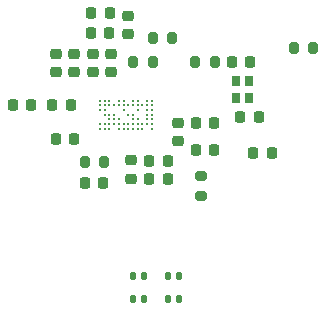
<source format=gbr>
%TF.GenerationSoftware,KiCad,Pcbnew,8.0.6-8.0.6-0~ubuntu20.04.1*%
%TF.CreationDate,2024-11-02T23:17:13+01:00*%
%TF.ProjectId,CYW43439,43595734-3334-4333-992e-6b696361645f,rev?*%
%TF.SameCoordinates,Original*%
%TF.FileFunction,Paste,Top*%
%TF.FilePolarity,Positive*%
%FSLAX46Y46*%
G04 Gerber Fmt 4.6, Leading zero omitted, Abs format (unit mm)*
G04 Created by KiCad (PCBNEW 8.0.6-8.0.6-0~ubuntu20.04.1) date 2024-11-02 23:17:13*
%MOMM*%
%LPD*%
G01*
G04 APERTURE LIST*
G04 Aperture macros list*
%AMRoundRect*
0 Rectangle with rounded corners*
0 $1 Rounding radius*
0 $2 $3 $4 $5 $6 $7 $8 $9 X,Y pos of 4 corners*
0 Add a 4 corners polygon primitive as box body*
4,1,4,$2,$3,$4,$5,$6,$7,$8,$9,$2,$3,0*
0 Add four circle primitives for the rounded corners*
1,1,$1+$1,$2,$3*
1,1,$1+$1,$4,$5*
1,1,$1+$1,$6,$7*
1,1,$1+$1,$8,$9*
0 Add four rect primitives between the rounded corners*
20,1,$1+$1,$2,$3,$4,$5,0*
20,1,$1+$1,$4,$5,$6,$7,0*
20,1,$1+$1,$6,$7,$8,$9,0*
20,1,$1+$1,$8,$9,$2,$3,0*%
G04 Aperture macros list end*
%ADD10R,0.800000X0.900000*%
%ADD11RoundRect,0.225000X0.250000X-0.225000X0.250000X0.225000X-0.250000X0.225000X-0.250000X-0.225000X0*%
%ADD12RoundRect,0.225000X-0.225000X-0.250000X0.225000X-0.250000X0.225000X0.250000X-0.225000X0.250000X0*%
%ADD13RoundRect,0.140000X0.140000X0.170000X-0.140000X0.170000X-0.140000X-0.170000X0.140000X-0.170000X0*%
%ADD14RoundRect,0.218750X0.256250X-0.218750X0.256250X0.218750X-0.256250X0.218750X-0.256250X-0.218750X0*%
%ADD15RoundRect,0.218750X-0.218750X-0.256250X0.218750X-0.256250X0.218750X0.256250X-0.218750X0.256250X0*%
%ADD16RoundRect,0.200000X-0.200000X-0.275000X0.200000X-0.275000X0.200000X0.275000X-0.200000X0.275000X0*%
%ADD17RoundRect,0.225000X0.225000X0.250000X-0.225000X0.250000X-0.225000X-0.250000X0.225000X-0.250000X0*%
%ADD18RoundRect,0.218750X-0.256250X0.218750X-0.256250X-0.218750X0.256250X-0.218750X0.256250X0.218750X0*%
%ADD19RoundRect,0.200000X-0.275000X0.200000X-0.275000X-0.200000X0.275000X-0.200000X0.275000X0.200000X0*%
%ADD20C,0.250000*%
G04 APERTURE END LIST*
D10*
%TO.C,Y1*%
X147150000Y-93475000D03*
X147150000Y-94875000D03*
X148250000Y-94875000D03*
X148250000Y-93475000D03*
%TD*%
D11*
%TO.C,C13*%
X134975000Y-92700000D03*
X134975000Y-91150000D03*
%TD*%
D12*
%TO.C,C3*%
X139775000Y-100200000D03*
X141325000Y-100200000D03*
%TD*%
D13*
%TO.C,C20*%
X139330000Y-109925000D03*
X138370000Y-109925000D03*
%TD*%
D14*
%TO.C,FB1*%
X142200000Y-98562500D03*
X142200000Y-96987500D03*
%TD*%
D11*
%TO.C,C6*%
X133425000Y-92700000D03*
X133425000Y-91150000D03*
%TD*%
D15*
%TO.C,FB2*%
X148562500Y-99525000D03*
X150137500Y-99525000D03*
%TD*%
D16*
%TO.C,R6*%
X152000000Y-90675000D03*
X153650000Y-90675000D03*
%TD*%
D17*
%TO.C,C16*%
X129800000Y-95500000D03*
X128250000Y-95500000D03*
%TD*%
D12*
%TO.C,C4*%
X139775000Y-101750000D03*
X141325000Y-101750000D03*
%TD*%
D11*
%TO.C,C14*%
X136525000Y-92700000D03*
X136525000Y-91150000D03*
%TD*%
D12*
%TO.C,C2*%
X147500000Y-96525000D03*
X149050000Y-96525000D03*
%TD*%
D18*
%TO.C,L1*%
X138200000Y-100150000D03*
X138200000Y-101725000D03*
%TD*%
D17*
%TO.C,C10*%
X135900000Y-102075000D03*
X134350000Y-102075000D03*
%TD*%
D12*
%TO.C,C11*%
X143750000Y-97025000D03*
X145300000Y-97025000D03*
%TD*%
D19*
%TO.C,R2*%
X144125000Y-101500000D03*
X144125000Y-103150000D03*
%TD*%
D11*
%TO.C,C15*%
X131875000Y-92700000D03*
X131875000Y-91150000D03*
%TD*%
D17*
%TO.C,C12*%
X133400000Y-98375000D03*
X131850000Y-98375000D03*
%TD*%
D15*
%TO.C,L2*%
X131562500Y-95500000D03*
X133137500Y-95500000D03*
%TD*%
D17*
%TO.C,C9*%
X136400000Y-89425000D03*
X134850000Y-89425000D03*
%TD*%
D13*
%TO.C,C17*%
X142330000Y-111900000D03*
X141370000Y-111900000D03*
%TD*%
D12*
%TO.C,C7*%
X143750000Y-99325000D03*
X145300000Y-99325000D03*
%TD*%
D16*
%TO.C,R3*%
X138425000Y-91875000D03*
X140075000Y-91875000D03*
%TD*%
D20*
%TO.C,U1*%
X135600000Y-97500000D03*
X135600000Y-97100000D03*
X135600000Y-95900000D03*
X135600000Y-95500000D03*
X135600000Y-95100000D03*
X136000000Y-97500000D03*
X136000000Y-97100000D03*
X136000000Y-96300000D03*
X136000000Y-95900000D03*
X136000000Y-95500000D03*
X136000000Y-95100000D03*
X136400000Y-97500000D03*
X136400000Y-97100000D03*
X136400000Y-96700000D03*
X136400000Y-96300000D03*
X136400000Y-95500000D03*
X136400000Y-95100000D03*
X136800000Y-97100000D03*
X136800000Y-96700000D03*
X136800000Y-96300000D03*
X136800000Y-95500000D03*
X137200000Y-97500000D03*
X137200000Y-97100000D03*
X137200000Y-96700000D03*
X137200000Y-95500000D03*
X137200000Y-95100000D03*
X137600000Y-97500000D03*
X137600000Y-97100000D03*
X137600000Y-95900000D03*
X137600000Y-95500000D03*
X137600000Y-95100000D03*
X138000000Y-97500000D03*
X138000000Y-97100000D03*
X138000000Y-96300000D03*
X138000000Y-95500000D03*
X138400000Y-97500000D03*
X138400000Y-97100000D03*
X138400000Y-96700000D03*
X138400000Y-96300000D03*
X138400000Y-95500000D03*
X138400000Y-95100000D03*
X138800000Y-97500000D03*
X138800000Y-97100000D03*
X138800000Y-96700000D03*
X138800000Y-95900000D03*
X138800000Y-95500000D03*
X138800000Y-95100000D03*
X139200000Y-97500000D03*
X139200000Y-97100000D03*
X139200000Y-95500000D03*
X139600000Y-97100000D03*
X139600000Y-96700000D03*
X139600000Y-96300000D03*
X139600000Y-95900000D03*
X139600000Y-95500000D03*
X139600000Y-95100000D03*
X140000000Y-97500000D03*
X140000000Y-97100000D03*
X140000000Y-96700000D03*
X140000000Y-96300000D03*
X140000000Y-95900000D03*
X140000000Y-95500000D03*
X140000000Y-95100000D03*
%TD*%
D13*
%TO.C,C19*%
X142330000Y-109925000D03*
X141370000Y-109925000D03*
%TD*%
%TO.C,C18*%
X139330000Y-111900000D03*
X138370000Y-111900000D03*
%TD*%
D12*
%TO.C,C1*%
X148325000Y-91875000D03*
X146775000Y-91875000D03*
%TD*%
D16*
%TO.C,R4*%
X140075000Y-89775000D03*
X141725000Y-89775000D03*
%TD*%
D11*
%TO.C,C8*%
X137950000Y-89475000D03*
X137950000Y-87925000D03*
%TD*%
D17*
%TO.C,C5*%
X136425000Y-87650000D03*
X134875000Y-87650000D03*
%TD*%
D16*
%TO.C,R5*%
X134300000Y-100300000D03*
X135950000Y-100300000D03*
%TD*%
%TO.C,R1*%
X143675000Y-91875000D03*
X145325000Y-91875000D03*
%TD*%
M02*

</source>
